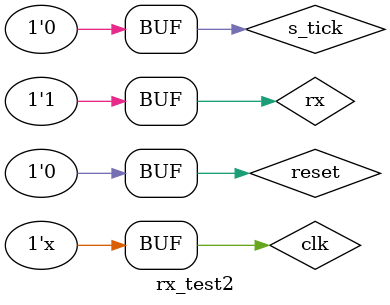
<source format=v>
`timescale 1ns / 1ps


module rx_test2;

	// Inputs
	reg clk;
	reg reset;
	reg rx;
	reg s_tick;

	// Outputs
	wire rx_done_tick;
	wire [7:0] dout;

	// Instantiate the Unit Under Test (UUT)
	uart_rx uut (
		.clk(clk), 
		.reset(reset), 
		.rx(rx), 
		.s_tick(s_tick), 
		.rx_done_tick(rx_done_tick), 
		.dout(dout)
	);

	initial begin
		// Initialize Inputs
		clk = 0;
		reset = 1;
		rx = 0;
		s_tick = 0;

		// Wait 100 ns for global reset to finish
		#100;
		reset = 0;
		
		#100;
		
		rx = 1;
		#80;
		rx = 0;
		#80;
		rx = 1;
		#80;
		rx = 0;
		#80;
		rx = 1;
		#80;
		rx = 0;
		#80;
		rx = 1;
		#80;
		rx = 0;
		#80;
		rx = 1;
		#80;
		rx = 0;
		#80;
		rx = 1;
		
		
		// Add stimulus here

	end
	
	always begin
		#5 clk=~clk;
	end
      
endmodule


</source>
